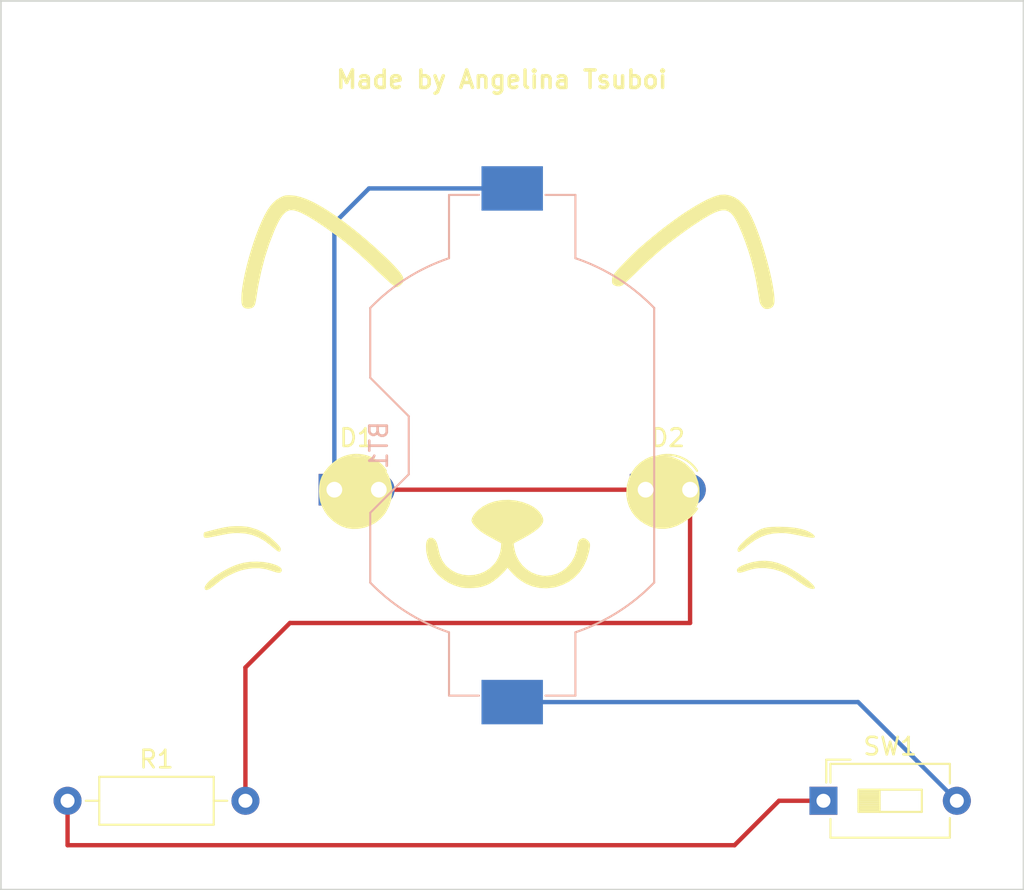
<source format=kicad_pcb>
(kicad_pcb (version 20221018) (generator pcbnew)
  (layers (0 "F.Cu" signal) (31 "B.Cu" signal) (34 "B.Paste" user) (35 "F.Paste" user) (36 "B.SilkS" user "B.Silkscreen") (37 "F.SilkS" user "F.Silkscreen") (38 "B.Mask" user) (39 "F.Mask" user) (44 "Edge.Cuts" user))
  (net 0 "")
  (net 1 "Net-(SW1-A)")
  (net 2 "Net-(D2-A)")
  (net 3 "Net-(BT1--)")
  (net 4 "Net-(D1-A)")
  (net 5 "Net-(BT1-+)")
  (footprint "Button_Switch_THT:SW_DIP_SPSTx01_Slide_6.7x4.1mm_W7.62mm_P2.54mm_LowProfile" (layer "F.Cu") (at 127 68.58)
    (fp_text reference "SW1" (at 3.81 -3.11) (layer "F.SilkS"))
    (fp_text value "SW_SPDT")
    (fp_line (start 0.16 -2.35) (end 0.16 -1.04) (stroke (width 0.12)) (layer "F.SilkS"))
    (fp_line (start 0.16 -2.35) (end 1.543 -2.35) (stroke (width 0.12)) (layer "F.SilkS"))
    (fp_line (start 0.4 -2.11) (end 0.4 -1.04) (stroke (width 0.12)) (layer "F.SilkS"))
    (fp_line (start 0.4 -2.11) (end 7.221 -2.11) (stroke (width 0.12)) (layer "F.SilkS"))
    (fp_line (start 0.4 1.04) (end 0.4 2.11) (stroke (width 0.12)) (layer "F.SilkS"))
    (fp_line (start 0.4 2.11) (end 7.221 2.11) (stroke (width 0.12)) (layer "F.SilkS"))
    (fp_line (start 2 -0.635) (end 2 0.635) (stroke (width 0.12)) (layer "F.SilkS"))
    (fp_line (start 2 -0.515) (end 3.206667 -0.515) (stroke (width 0.12)) (layer "F.SilkS"))
    (fp_line (start 2 -0.395) (end 3.206667 -0.395) (stroke (width 0.12)) (layer "F.SilkS"))
    (fp_line (start 2 -0.275) (end 3.206667 -0.275) (stroke (width 0.12)) (layer "F.SilkS"))
    (fp_line (start 2 -0.155) (end 3.206667 -0.155) (stroke (width 0.12)) (layer "F.SilkS"))
    (fp_line (start 2 -0.035) (end 3.206667 -0.035) (stroke (width 0.12)) (layer "F.SilkS"))
    (fp_line (start 2 0.085) (end 3.206667 0.085) (stroke (width 0.12)) (layer "F.SilkS"))
    (fp_line (start 2 0.205) (end 3.206667 0.205) (stroke (width 0.12)) (layer "F.SilkS"))
    (fp_line (start 2 0.325) (end 3.206667 0.325) (stroke (width 0.12)) (layer "F.SilkS"))
    (fp_line (start 2 0.445) (end 3.206667 0.445) (stroke (width 0.12)) (layer "F.SilkS"))
    (fp_line (start 2 0.565) (end 3.206667 0.565) (stroke (width 0.12)) (layer "F.SilkS"))
    (fp_line (start 2 0.635) (end 5.62 0.635) (stroke (width 0.12)) (layer "F.SilkS"))
    (fp_line (start 3.206667 -0.635) (end 3.206667 0.635) (stroke (width 0.12)) (layer "F.SilkS"))
    (fp_line (start 5.62 -0.635) (end 2 -0.635) (stroke (width 0.12)) (layer "F.SilkS"))
    (fp_line (start 5.62 0.635) (end 5.62 -0.635) (stroke (width 0.12)) (layer "F.SilkS"))
    (fp_line (start 7.221 -2.11) (end 7.221 -0.99) (stroke (width 0.12)) (layer "F.SilkS"))
    (fp_line (start 7.221 0.99) (end 7.221 2.11) (stroke (width 0.12)) (layer "F.SilkS"))
    (pad "1" thru_hole rect (at 0 0) (size 1.6 1.6) (drill 0.8) (layers "*.Cu" "*.Mask") (net 1 "Net-(SW1-A)"))
    (pad "2" thru_hole oval (at 7.62 0) (size 1.6 1.6) (drill 0.8) (layers "*.Cu" "*.Mask") (net 5 "Net-(BT1-+)"))
  )
  (footprint "LED_THT:LED_D3.0mm" (layer "F.Cu") (at 116.84 50.8)
    (fp_text reference "D2" (at 1.27 -2.96) (layer "F.SilkS"))
    (fp_text value "LED")
    (fp_line (start -0.29 -1.236) (end -0.29 -1.08) (stroke (width 0.12)) (layer "F.SilkS"))
    (fp_line (start -0.29 1.08) (end -0.29 1.236) (stroke (width 0.12)) (layer "F.SilkS"))
    (fp_arc (start -0.29 -1.235516) (mid 1.366487 -1.987659) (end 2.942335 -1.078608) (stroke (width 0.12)) (layer "F.SilkS"))
    (fp_arc (start 0.229039 -1.08) (mid 1.270117 -1.5) (end 2.31113 -1.079837) (stroke (width 0.12)) (layer "F.SilkS"))
    (fp_arc (start 2.31113 1.079837) (mid 1.270117 1.5) (end 0.229039 1.08) (stroke (width 0.12)) (layer "F.SilkS"))
    (fp_arc (start 2.942335 1.078608) (mid 1.366487 1.987659) (end -0.29 1.235516) (stroke (width 0.12)) (layer "F.SilkS"))
    (pad "1" thru_hole rect (at 0 0) (size 1.8 1.8) (drill 0.9) (layers "*.Cu" "*.Mask") (net 4 "Net-(D1-A)"))
    (pad "2" thru_hole circle (at 2.54 0) (size 1.8 1.8) (drill 0.9) (layers "*.Cu" "*.Mask") (net 2 "Net-(D2-A)"))
  )
  (footprint "LED_THT:LED_D3.0mm" (layer "F.Cu") (at 99.06 50.8)
    (fp_text reference "D1" (at 1.27 -2.96) (layer "F.SilkS"))
    (fp_text value "LED")
    (fp_line (start -0.29 -1.236) (end -0.29 -1.08) (stroke (width 0.12)) (layer "F.SilkS"))
    (fp_line (start -0.29 1.08) (end -0.29 1.236) (stroke (width 0.12)) (layer "F.SilkS"))
    (fp_arc (start -0.29 -1.235516) (mid 1.366487 -1.987659) (end 2.942335 -1.078608) (stroke (width 0.12)) (layer "F.SilkS"))
    (fp_arc (start 0.229039 -1.08) (mid 1.270117 -1.5) (end 2.31113 -1.079837) (stroke (width 0.12)) (layer "F.SilkS"))
    (fp_arc (start 2.31113 1.079837) (mid 1.270117 1.5) (end 0.229039 1.08) (stroke (width 0.12)) (layer "F.SilkS"))
    (fp_arc (start 2.942335 1.078608) (mid 1.366487 1.987659) (end -0.29 1.235516) (stroke (width 0.12)) (layer "F.SilkS"))
    (pad "1" thru_hole rect (at 0 0) (size 1.8 1.8) (drill 0.9) (layers "*.Cu" "*.Mask") (net 3 "Net-(BT1--)"))
    (pad "2" thru_hole circle (at 2.54 0) (size 1.8 1.8) (drill 0.9) (layers "*.Cu" "*.Mask") (net 4 "Net-(D1-A)"))
  )
  (footprint "LOGO" (layer "F.Cu") (at 109.22 48.26)
    (fp_text reference "G***" hide)
    (fp_text value "LOGO" hide)
    (fp_poly (pts (xy -8.532364 0.64301) (xy -8.172081 0.723757) (xy -7.852862 0.858766) (xy -7.573915 1.048386) (xy -7.334449 1.292969) (xy -7.295069 1.343398) (xy -7.089146 1.669866) (xy -6.947197 2.014598) (xy -6.869191 2.371558) (xy -6.855096 2.73471) (xy -6.904881 3.09802) (xy -7.018512 3.455451) (xy -7.195959 3.800968) (xy -7.308891 3.967763) (xy -7.534752 4.218843) (xy -7.807321 4.429363) (xy -8.115418 4.595319) (xy -8.447863 4.712708) (xy -8.793476 4.777524) (xy -9.141078 4.785765) (xy -9.460132 4.73823) (xy -9.74457 4.63857) (xy -10.026925 4.482966) (xy -10.292386 4.282741) (xy -10.526139 4.04922) (xy -10.713373 3.793727) (xy -10.72816 3.768797) (xy -10.872779 3.488991) (xy -10.968102 3.223589) (xy -11.020923 2.947741) (xy -11.038041 2.636599) (xy -11.038045 2.635849) (xy -11.024395 2.319036) (xy -10.977547 2.047918) (xy -10.893157 1.806104) (xy -10.766878 1.577202) (xy -10.751139 1.553438) (xy -10.514836 1.251313) (xy -10.251498 1.010145) (xy -9.957446 0.828038) (xy -9.629 0.703092) (xy -9.26248 0.633408) (xy -8.934501 0.616172)) (fill solid) (layer "F.SilkS"))
    (fp_poly (pts (xy -14.204365 6.671591) (xy -13.849864 6.731929) (xy -13.531338 6.827808) (xy -13.407881 6.88055) (xy -13.257633 6.970531) (xy -13.174925 7.065583) (xy -13.160093 7.165237) (xy -13.173655 7.207197) (xy -13.228551 7.268818) (xy -13.322456 7.290598) (xy -13.460636 7.27249) (xy -13.648357 7.214447) (xy -13.680089 7.202679) (xy -14.068878 7.084174) (xy -14.448606 7.028222) (xy -14.834472 7.033357) (xy -15.085846 7.066994) (xy -15.293369 7.106268) (xy -15.463286 7.146709) (xy -15.619494 7.195948) (xy -15.785888 7.261615) (xy -15.986364 7.35134) (xy -16.008519 7.36161) (xy -16.234699 7.471551) (xy -16.425696 7.577461) (xy -16.604532 7.693887) (xy -16.794231 7.835371) (xy -16.927658 7.942268) (xy -17.118816 8.09313) (xy -17.267903 8.197908) (xy -17.380972 8.259217) (xy -17.464071 8.279672) (xy -17.523251 8.26189) (xy -17.560751 8.215942) (xy -17.571306 8.126721) (xy -17.525533 8.014998) (xy -17.429879 7.885589) (xy -17.290793 7.743308) (xy -17.114725 7.592972) (xy -16.908122 7.439394) (xy -16.677435 7.28739) (xy -16.429111 7.141776) (xy -16.169599 7.007366) (xy -15.905348 6.888976) (xy -15.661051 6.797489) (xy -15.323185 6.709744) (xy -14.957079 6.659907) (xy -14.578788 6.647387)) (fill solid) (layer "F.SilkS"))
    (fp_poly (pts (xy 8.71499 0.602161) (xy 8.895491 0.614299) (xy 9.052019 0.640484) (xy 9.205599 0.68553) (xy 9.377259 0.754249) (xy 9.584906 0.849968) (xy 9.798548 0.975679) (xy 10.013255 1.144341) (xy 10.212523 1.339771) (xy 10.379848 1.545789) (xy 10.498545 1.745822) (xy 10.622672 2.081841) (xy 10.693759 2.432935) (xy 10.71079 2.784744) (xy 10.67275 3.122905) (xy 10.611687 3.347033) (xy 10.461508 3.67779) (xy 10.258742 3.973763) (xy 10.011135 4.230565) (xy 9.726431 4.443805) (xy 9.412375 4.609096) (xy 9.076711 4.722049) (xy 8.727184 4.778274) (xy 8.37154 4.773383) (xy 8.155828 4.738718) (xy 7.872982 4.649487) (xy 7.584624 4.509701) (xy 7.312116 4.331773) (xy 7.07682 4.128115) (xy 7.041504 4.091231) (xy 6.828513 3.812711) (xy 6.667836 3.497262) (xy 6.562213 3.155173) (xy 6.514383 2.796733) (xy 6.527084 2.432232) (xy 6.554623 2.262336) (xy 6.663336 1.884321) (xy 6.825583 1.544223) (xy 7.038216 1.246066) (xy 7.298089 0.993869) (xy 7.602057 0.791656) (xy 7.768052 0.711214) (xy 7.876284 0.665938) (xy 7.965231 0.634891) (xy 8.052203 0.615386) (xy 8.154507 0.604738) (xy 8.289453 0.600261) (xy 8.47435 0.599268) (xy 8.489488 0.59926)) (fill solid) (layer "F.SilkS"))
    (fp_poly (pts (xy 14.809805 6.635944) (xy 15.180415 6.727493) (xy 15.561355 6.874402) (xy 15.958378 7.078008) (xy 16.377236 7.339649) (xy 16.730264 7.590423) (xy 16.952284 7.762524) (xy 17.116037 7.905649) (xy 17.224023 8.022351) (xy 17.278744 8.115185) (xy 17.287062 8.158959) (xy 17.25845 8.200311) (xy 17.183141 8.214765) (xy 17.076931 8.203393) (xy 16.955614 8.167267) (xy 16.87628 8.131093) (xy 16.769397 8.069645) (xy 16.635559 7.985832) (xy 16.503228 7.897495) (xy 16.499731 7.895067) (xy 16.258165 7.728453) (xy 16.060675 7.595906) (xy 15.896173 7.490937) (xy 15.753576 7.40706) (xy 15.621797 7.337787) (xy 15.489751 7.276629) (xy 15.346352 7.217101) (xy 15.330545 7.210823) (xy 14.919108 7.084495) (xy 14.49056 7.02338) (xy 14.308342 7.01752) (xy 14.082738 7.024295) (xy 13.879928 7.047681) (xy 13.674855 7.092274) (xy 13.442463 7.162668) (xy 13.356235 7.192089) (xy 13.160519 7.254749) (xy 13.018446 7.285348) (xy 12.922628 7.282847) (xy 12.865675 7.246211) (xy 12.840199 7.1744) (xy 12.836927 7.119158) (xy 12.869491 7.045546) (xy 12.96253 6.964928) (xy 13.109062 6.882007) (xy 13.302108 6.801486) (xy 13.31564 6.796611) (xy 13.702443 6.680089) (xy 14.076571 6.61358) (xy 14.443774 6.598419)) (fill solid) (layer "F.SilkS"))
    (fp_poly (pts (xy 15.725755 4.671616) (xy 16.148251 4.714093) (xy 16.513691 4.783645) (xy 16.82028 4.879873) (xy 17.066222 5.002379) (xy 17.179796 5.08483) (xy 17.266829 5.17264) (xy 17.290758 5.235772) (xy 17.252476 5.273874) (xy 17.152873 5.286594) (xy 16.992842 5.273581) (xy 16.790701 5.238106) (xy 16.494342 5.177348) (xy 16.255065 5.129164) (xy 16.062944 5.092087) (xy 15.908052 5.064653) (xy 15.780464 5.045394) (xy 15.670252 5.032845) (xy 15.567491 5.02554) (xy 15.462254 5.022012) (xy 15.344614 5.020795) (xy 15.318733 5.0207) (xy 14.927071 5.042339) (xy 14.565407 5.112597) (xy 14.222777 5.235654) (xy 13.888216 5.415695) (xy 13.550757 5.6569) (xy 13.463304 5.728379) (xy 13.286631 5.874444) (xy 13.153407 5.979398) (xy 13.056065 6.047786) (xy 12.987038 6.084156) (xy 12.938758 6.093053) (xy 12.90366 6.079024) (xy 12.89398 6.07044) (xy 12.8774 6.022681) (xy 12.871159 5.948516) (xy 12.898769 5.864708) (xy 12.975644 5.752531) (xy 13.092859 5.619682) (xy 13.241483 5.473856) (xy 13.41259 5.32275) (xy 13.59725 5.174059) (xy 13.786536 5.03548) (xy 13.971519 4.914708) (xy 14.143272 4.81944) (xy 14.223316 4.782979) (xy 14.385148 4.729338) (xy 14.578378 4.691389) (xy 14.8135 4.667837) (xy 15.101009 4.657388) (xy 15.247999 4.65661)) (fill solid) (layer "F.SilkS"))
    (fp_poly (pts (xy -15.480954 4.624612) (xy -15.172514 4.65228) (xy -14.959299 4.691377) (xy -14.559537 4.818862) (xy -14.183876 5.005426) (xy -13.827648 5.253886) (xy -13.486185 5.567057) (xy -13.456676 5.59782) (xy -13.343713 5.719574) (xy -13.271887 5.806432) (xy -13.233081 5.871047) (xy -13.21918 5.926078) (xy -13.220031 5.966824) (xy -13.24801 6.055939) (xy -13.308322 6.084759) (xy -13.400239 6.052945) (xy -13.401752 6.052064) (xy -13.453168 6.015449) (xy -13.544314 5.944263) (xy -13.662836 5.84837) (xy -13.796379 5.737636) (xy -13.812534 5.724066) (xy -14.161462 5.461274) (xy -14.510297 5.262861) (xy -14.868192 5.125366) (xy -15.244306 5.045331) (xy -15.647795 5.019298) (xy -15.678167 5.019416) (xy -15.797702 5.021145) (xy -15.905536 5.025233) (xy -16.011644 5.03318) (xy -16.126003 5.046484) (xy -16.258587 5.066646) (xy -16.419372 5.095165) (xy -16.618334 5.133541) (xy -16.865448 5.183273) (xy -17.133019 5.238106) (xy -17.325567 5.274842) (xy -17.461547 5.291574) (xy -17.550431 5.286356) (xy -17.601691 5.257242) (xy -17.624797 5.202288) (xy -17.62938 5.136139) (xy -17.621865 5.045571) (xy -17.603206 4.988105) (xy -17.597143 4.981961) (xy -17.548307 4.963986) (xy -17.445613 4.934008) (xy -17.301945 4.895287) (xy -17.130184 4.851086) (xy -16.943214 4.804664) (xy -16.753918 4.759283) (xy -16.575178 4.718205) (xy -16.436056 4.688039) (xy -16.136755 4.642437) (xy -15.810378 4.621313)) (fill solid) (layer "F.SilkS"))
    (fp_poly (pts (xy -12.397579 -14.263913) (xy -12.079972 -14.189299) (xy -11.731402 -14.06508) (xy -11.350173 -13.890402) (xy -10.934588 -13.664411) (xy -10.482952 -13.386256) (xy -9.993566 -13.055083) (xy -9.465094 -12.670308) (xy -9.153146 -12.430224) (xy -8.828678 -12.169683) (xy -8.498072 -11.894557) (xy -8.167709 -11.610719) (xy -7.843973 -11.324042) (xy -7.533244 -11.0404) (xy -7.241905 -10.765666) (xy -6.976339 -10.505712) (xy -6.742926 -10.266412) (xy -6.548049 -10.053639) (xy -6.39809 -9.873267) (xy -6.340302 -9.79469) (xy -6.263048 -9.670338) (xy -6.224011 -9.567746) (xy -6.213074 -9.460185) (xy -6.213073 -9.458474) (xy -6.219277 -9.363702) (xy -6.246633 -9.292499) (xy -6.308261 -9.218765) (xy -6.357232 -9.171668) (xy -6.457075 -9.091997) (xy -6.5459 -9.044736) (xy -6.582271 -9.037197) (xy -6.637693 -9.047039) (xy -6.707719 -9.079292) (xy -6.797432 -9.138045) (xy -6.911914 -9.227389) (xy -7.056248 -9.351411) (xy -7.235517 -9.514202) (xy -7.454804 -9.719852) (xy -7.586195 -9.844952) (xy -8.007229 -10.2444) (xy -8.389763 -10.600371) (xy -8.741921 -10.919523) (xy -9.071826 -11.208512) (xy -9.387603 -11.473997) (xy -9.697376 -11.722633) (xy -10.009269 -11.961079) (xy -10.331406 -12.195992) (xy -10.671911 -12.434028) (xy -11.038908 -12.681846) (xy -11.087817 -12.714352) (xy -11.455347 -12.949929) (xy -11.776995 -13.138078) (xy -12.055217 -13.279856) (xy -12.292471 -13.376318) (xy -12.491212 -13.428519) (xy -12.653899 -13.437515) (xy -12.736024 -13.422375) (xy -12.869292 -13.364919) (xy -12.995535 -13.271587) (xy -13.118859 -13.136764) (xy -13.24337 -12.954837) (xy -13.373173 -12.720189) (xy -13.512374 -12.427207) (xy -13.584827 -12.261657) (xy -13.870309 -11.529084) (xy -14.12139 -10.748631) (xy -14.334434 -9.933582) (xy -14.505806 -9.097218) (xy -14.584428 -8.609299) (xy -14.618958 -8.381557) (xy -14.649463 -8.211184) (xy -14.679411 -8.087497) (xy -14.712269 -7.999812) (xy -14.751505 -7.937447) (xy -14.800587 -7.889718) (xy -14.823619 -7.872427) (xy -14.935535 -7.823644) (xy -15.073568 -7.805004) (xy -15.209634 -7.816895) (xy -15.315644 -7.859706) (xy -15.323284 -7.865519) (xy -15.38783 -7.929148) (xy -15.431231 -8.005787) (xy -15.457264 -8.109669) (xy -15.469709 -8.255025) (xy -15.472422 -8.427332) (xy -15.458704 -8.701631) (xy -15.41964 -9.028923) (xy -15.357628 -9.39961) (xy -15.275066 -9.804095) (xy -15.174353 -10.232781) (xy -15.057886 -10.67607) (xy -14.928064 -11.124366) (xy -14.787285 -11.568069) (xy -14.637948 -11.997585) (xy -14.482449 -12.403314) (xy -14.473198 -12.426146) (xy -14.30295 -12.825332) (xy -14.140593 -13.16303) (xy -13.981989 -13.445153) (xy -13.823002 -13.677612) (xy -13.659494 -13.866319) (xy -13.487331 -14.017185) (xy -13.302373 -14.136122) (xy -13.261669 -14.157519) (xy -13.130114 -14.222074) (xy -13.029791 -14.261607) (xy -12.934797 -14.282068) (xy -12.819229 -14.289406) (xy -12.685921 -14.289773)) (fill solid) (layer "F.SilkS"))
    (fp_poly (pts (xy 12.442786 -14.280359) (xy 12.715132 -14.16751) (xy 12.974478 -13.995471) (xy 13.215693 -13.767318) (xy 13.433646 -13.486128) (xy 13.533602 -13.324322) (xy 13.6831 -13.037157) (xy 13.837989 -12.692563) (xy 13.995081 -12.301033) (xy 14.151188 -11.873064) (xy 14.303122 -11.419148) (xy 14.447694 -10.949781) (xy 14.581717 -10.475457) (xy 14.702 -10.00667) (xy 14.805357 -9.553915) (xy 14.888599 -9.127686) (xy 14.948537 -8.738478) (xy 14.962555 -8.620907) (xy 14.982499 -8.387114) (xy 14.983219 -8.208134) (xy 14.962957 -8.07258) (xy 14.919957 -7.969066) (xy 14.852461 -7.886206) (xy 14.848622 -7.882596) (xy 14.742507 -7.821118) (xy 14.603509 -7.788512) (xy 14.463718 -7.792067) (xy 14.456459 -7.793495) (xy 14.357822 -7.843392) (xy 14.260275 -7.940924) (xy 14.178519 -8.066629) (xy 14.127253 -8.201044) (xy 14.12022 -8.238642) (xy 14.104622 -8.343347) (xy 14.079757 -8.499082) (xy 14.048393 -8.689478) (xy 14.0133 -8.898166) (xy 13.977245 -9.108779) (xy 13.942996 -9.304947) (xy 13.913322 -9.470303) (xy 13.898339 -9.550674) (xy 13.79188 -10.040094) (xy 13.655265 -10.559454) (xy 13.494645 -11.089895) (xy 13.316172 -11.612555) (xy 13.125998 -12.108576) (xy 12.930274 -12.559096) (xy 12.887842 -12.648653) (xy 12.755734 -12.903339) (xy 12.625686 -13.107463) (xy 12.492156 -13.261555) (xy 12.349603 -13.366149) (xy 12.192483 -13.421774) (xy 12.015255 -13.428964) (xy 11.812378 -13.38825) (xy 11.578309 -13.300164) (xy 11.307506 -13.165237) (xy 10.994427 -12.984003) (xy 10.780263 -12.850899) (xy 10.338613 -12.560179) (xy 9.870312 -12.232173) (xy 9.394051 -11.880891) (xy 8.928524 -11.520342) (xy 8.492423 -11.164534) (xy 8.232749 -10.941698) (xy 8.059082 -10.787018) (xy 7.866968 -10.611582) (xy 7.650435 -10.409777) (xy 7.403512 -10.175993) (xy 7.120226 -9.904616) (xy 6.803709 -9.598859) (xy 6.654458 -9.456947) (xy 6.514271 -9.328651) (xy 6.393561 -9.223123) (xy 6.302739 -9.149517) (xy 6.258987 -9.119967) (xy 6.117939 -9.081478) (xy 5.96097 -9.091694) (xy 5.817123 -9.147693) (xy 5.788139 -9.167349) (xy 5.735564 -9.21669) (xy 5.709127 -9.277636) (xy 5.700551 -9.374163) (xy 5.700241 -9.421977) (xy 5.706625 -9.53588) (xy 5.73125 -9.629896) (xy 5.783705 -9.731822) (xy 5.834521 -9.811353) (xy 5.894649 -9.889221) (xy 5.995465 -10.005606) (xy 6.12832 -10.151562) (xy 6.284563 -10.31814) (xy 6.455545 -10.496393) (xy 6.632615 -10.677372) (xy 6.807123 -10.852129) (xy 6.97042 -11.011718) (xy 7.113856 -11.14719) (xy 7.205795 -11.229848) (xy 7.550428 -11.527737) (xy 7.855114 -11.786859) (xy 8.1298 -12.015328) (xy 8.384436 -12.221254) (xy 8.628971 -12.41275) (xy 8.873352 -12.597928) (xy 8.985849 -12.681303) (xy 9.191711 -12.832523) (xy 9.357559 -12.953135) (xy 9.498214 -13.053523) (xy 9.628497 -13.144067) (xy 9.763232 -13.235151) (xy 9.91724 -13.337157) (xy 9.995687 -13.388673) (xy 10.395761 -13.641197) (xy 10.770716 -13.858253) (xy 11.115507 -14.037358) (xy 11.425087 -14.176028) (xy 11.694413 -14.271779) (xy 11.879618 -14.316174) (xy 12.162571 -14.330939)) (fill solid) (layer "F.SilkS"))
    (fp_poly (pts (xy 0.196855 3.154735) (xy 0.589047 3.244491) (xy 0.963231 3.386496) (xy 1.202806 3.513263) (xy 1.392351 3.649252) (xy 1.554104 3.808933) (xy 1.67874 3.979817) (xy 1.756933 4.149416) (xy 1.779926 4.28617) (xy 1.751075 4.426392) (xy 1.663837 4.575219) (xy 1.516721 4.733938) (xy 1.308235 4.903833) (xy 1.036888 5.086191) (xy 0.701189 5.282295) (xy 0.496361 5.392404) (xy 0.350512 5.469542) (xy 0.22714 5.536055) (xy 0.138746 5.585113) (xy 0.097831 5.609889) (xy 0.097132 5.610479) (xy 0.089743 5.655542) (xy 0.098369 5.749456) (xy 0.11968 5.875396) (xy 0.150349 6.016537) (xy 0.187046 6.156055) (xy 0.226444 6.277126) (xy 0.231797 6.291163) (xy 0.385824 6.598266) (xy 0.589728 6.867543) (xy 0.83561 7.093431) (xy 1.115571 7.270369) (xy 1.421711 7.392796) (xy 1.746132 7.45515) (xy 1.894924 7.462127) (xy 2.238278 7.430021) (xy 2.563619 7.334804) (xy 2.862529 7.179942) (xy 3.126593 6.968902) (xy 3.150723 6.944877) (xy 3.386825 6.661791) (xy 3.559207 6.355382) (xy 3.669902 6.021395) (xy 3.711458 5.771895) (xy 3.75224 5.569634) (xy 3.824779 5.426001) (xy 3.92681 5.343078) (xy 4.053694 5.307017) (xy 4.167932 5.327365) (xy 4.284814 5.40787) (xy 4.317235 5.43883) (xy 4.385487 5.515159) (xy 4.428505 5.590697) (xy 4.447599 5.679182) (xy 4.44408 5.794357) (xy 4.419258 5.94996) (xy 4.382539 6.123599) (xy 4.25766 6.542686) (xy 4.080331 6.921479) (xy 3.853699 7.256831) (xy 3.580914 7.545592) (xy 3.265123 7.784612) (xy 2.909475 7.970742) (xy 2.517119 8.100832) (xy 2.374741 8.131963) (xy 1.95991 8.178322) (xy 1.555801 8.157928) (xy 1.165863 8.072106) (xy 0.793543 7.92218) (xy 0.442289 7.709472) (xy 0.115549 7.435307) (xy -0.126742 7.171563) (xy -0.267516 7.000404) (xy -0.346429 7.103099) (xy -0.489044 7.268186) (xy -0.666954 7.443285) (xy -0.863639 7.614549) (xy -1.06258 7.768129) (xy -1.247259 7.890178) (xy -1.352156 7.946195) (xy -1.502041 8.009049) (xy -1.667084 8.068071) (xy -1.762938 8.097007) (xy -1.951556 8.133543) (xy -2.181025 8.156794) (xy -2.426247 8.166018) (xy -2.662125 8.160478) (xy -2.863563 8.139433) (xy -2.909703 8.130803) (xy -3.291799 8.019161) (xy -3.647426 7.854857) (xy -3.970916 7.643938) (xy -4.2566 7.392451) (xy -4.498813 7.106443) (xy -4.691885 6.791961) (xy -4.830149 6.455051) (xy -4.907938 6.101762) (xy -4.919082 5.98699) (xy -4.927179 5.761635) (xy -4.915718 5.59143) (xy -4.882786 5.465368) (xy -4.826469 5.372449) (xy -4.808856 5.353453) (xy -4.700826 5.284405) (xy -4.584643 5.282935) (xy -4.471183 5.343184) (xy -4.393885 5.418165) (xy -4.33268 5.514663) (xy -4.281874 5.645884) (xy -4.235774 5.825036) (xy -4.21057 5.947711) (xy -4.120877 6.290871) (xy -3.993354 6.581814) (xy -3.824419 6.827607) (xy -3.696818 6.960879) (xy -3.431215 7.162645) (xy -3.138253 7.307579) (xy -2.826704 7.39673) (xy -2.505339 7.431146) (xy -2.182931 7.411875) (xy -1.868249 7.339964) (xy -1.570067 7.216462) (xy -1.297156 7.042416) (xy -1.058286 6.818874) (xy -0.91257 6.628269) (xy -0.784259 6.388889) (xy -0.69181 6.124614) (xy -0.644661 5.863906) (xy -0.641325 5.810373) (xy -0.633288 5.599235) (xy -1.080411 5.358445) (xy -1.257577 5.261205) (xy -1.430398 5.16312) (xy -1.581556 5.07423) (xy -1.693734 5.004574) (xy -1.7137 4.991314) (xy -1.903434 4.849599) (xy -2.067753 4.701727) (xy -2.198422 4.557032) (xy -2.28721 4.424847) (xy -2.325884 4.314506) (xy -2.326883 4.296091) (xy -2.295603 4.154265) (xy -2.209389 3.994951) (xy -2.076135 3.827866) (xy -1.903731 3.662731) (xy -1.70007 3.509266) (xy -1.674228 3.492305) (xy -1.346281 3.319694) (xy -0.984913 3.199707) (xy -0.60041 3.132268) (xy -0.203059 3.117303)) (fill solid) (layer "F.SilkS"))
  )
  (footprint "Resistor_THT:R_Axial_DIN0207_L6.3mm_D2.5mm_P10.16mm_Horizontal" (layer "F.Cu") (at 83.82 68.58)
    (fp_text reference "R1" (at 5.08 -2.37) (layer "F.SilkS"))
    (fp_text value "R")
    (fp_line (start 1.04 0) (end 1.81 0) (stroke (width 0.12)) (layer "F.SilkS"))
    (fp_line (start 1.81 -1.37) (end 1.81 1.37) (stroke (width 0.12)) (layer "F.SilkS"))
    (fp_line (start 1.81 1.37) (end 8.35 1.37) (stroke (width 0.12)) (layer "F.SilkS"))
    (fp_line (start 8.35 -1.37) (end 1.81 -1.37) (stroke (width 0.12)) (layer "F.SilkS"))
    (fp_line (start 8.35 1.37) (end 8.35 -1.37) (stroke (width 0.12)) (layer "F.SilkS"))
    (fp_line (start 9.12 0) (end 8.35 0) (stroke (width 0.12)) (layer "F.SilkS"))
    (pad "1" thru_hole circle (at 0 0) (size 1.6 1.6) (drill 0.8) (layers "*.Cu" "*.Mask") (net 1 "Net-(SW1-A)"))
    (pad "2" thru_hole oval (at 10.16 0) (size 1.6 1.6) (drill 0.8) (layers "*.Cu" "*.Mask") (net 2 "Net-(D2-A)"))
  )
  (footprint "Battery:BatteryHolder_Keystone_1058_1x2032" (layer "B.Cu") (at 109.22 48.26 90)
    (fp_text reference "BT1" (at 0 -7.62 90) (layer "B.SilkS") (effects (justify mirror)))
    (fp_text value "Battery")
    (fp_line (start -14.31 -1.9) (end -14.31 -3.61) (stroke (width 0.12)) (layer "B.SilkS"))
    (fp_line (start -14.31 1.9) (end -14.31 3.61) (stroke (width 0.12)) (layer "B.SilkS"))
    (fp_line (start -14.31 3.61) (end -10.692 3.61) (stroke (width 0.12)) (layer "B.SilkS"))
    (fp_line (start -10.692 -3.61) (end -14.31 -3.61) (stroke (width 0.12)) (layer "B.SilkS"))
    (fp_line (start -7.8473 8.11) (end 7.8473 8.11) (stroke (width 0.12)) (layer "B.SilkS"))
    (fp_line (start -3.86 -8.11) (end -7.8473 -8.11) (stroke (width 0.12)) (layer "B.SilkS"))
    (fp_line (start -1.66 -5.91) (end -3.86 -8.11) (stroke (width 0.12)) (layer "B.SilkS"))
    (fp_line (start 1.66 -5.91) (end -1.66 -5.91) (stroke (width 0.12)) (layer "B.SilkS"))
    (fp_line (start 1.66 -5.91) (end 3.86 -8.11) (stroke (width 0.12)) (layer "B.SilkS"))
    (fp_line (start 7.8473 -8.11) (end 3.86 -8.11) (stroke (width 0.12)) (layer "B.SilkS"))
    (fp_line (start 10.692 3.61) (end 14.31 3.61) (stroke (width 0.12)) (layer "B.SilkS"))
    (fp_line (start 14.31 -3.61) (end 10.692 -3.61) (stroke (width 0.12)) (layer "B.SilkS"))
    (fp_line (start 14.31 -1.9) (end 14.31 -3.61) (stroke (width 0.12)) (layer "B.SilkS"))
    (fp_line (start 14.31 1.9) (end 14.31 3.61) (stroke (width 0.12)) (layer "B.SilkS"))
    (fp_arc (start -10.692 -3.61) (mid -9.538085 -6.031245) (end -7.845371 -8.111789) (stroke (width 0.12)) (layer "B.SilkS"))
    (fp_arc (start -7.845371 8.111789) (mid -9.538084 6.031244) (end -10.692 3.61) (stroke (width 0.12)) (layer "B.SilkS"))
    (fp_arc (start 7.845371 -8.111789) (mid 9.538084 -6.031244) (end 10.692 -3.61) (stroke (width 0.12)) (layer "B.SilkS"))
    (fp_arc (start 10.692 3.61) (mid 9.538084 6.031244) (end 7.845371 8.111789) (stroke (width 0.12)) (layer "B.SilkS"))
    (pad "1" smd rect (at -14.68 0 90) (size 2.54 3.51) (layers "B.Cu" "B.Paste" "B.Mask") (net 5 "Net-(BT1-+)"))
    (pad "2" smd rect (at 14.68 0 90) (size 2.54 3.51) (layers "B.Cu" "B.Paste" "B.Mask") (net 3 "Net-(BT1--)"))
  )
  (gr_rect (start 80.01 22.86) (end 138.43 73.66) (stroke (width 0.1)) (fill none) (layer "Edge.Cuts"))
  (gr_text "Made by Angelina Tsuboi\n" (at 99.06 27.94) (layer "F.SilkS") (effects (font (size 1 1) (thickness 0.2) bold) (justify left bottom)))
  (segment (start 121.92 71.12) (end 83.82 71.12) (width 0.25) (layer "F.Cu") (net 1))
  (segment (start 127 68.58) (end 124.46 68.58) (width 0.25) (layer "F.Cu") (net 1))
  (segment (start 124.46 68.58) (end 121.92 71.12) (width 0.25) (layer "F.Cu") (net 1))
  (segment (start 83.82 71.12) (end 83.82 68.58) (width 0.25) (layer "F.Cu") (net 1))
  (segment (start 93.98 60.96) (end 96.52 58.42) (width 0.25) (layer "F.Cu") (net 2))
  (segment (start 119.38 58.42) (end 119.38 50.8) (width 0.25) (layer "F.Cu") (net 2))
  (segment (start 93.98 68.58) (end 93.98 60.96) (width 0.25) (layer "F.Cu") (net 2))
  (segment (start 96.52 58.42) (end 119.38 58.42) (width 0.25) (layer "F.Cu") (net 2))
  (segment (start 99.06 35.56) (end 101.04 33.58) (width 0.25) (layer "B.Cu") (net 3))
  (segment (start 101.04 33.58) (end 109.22 33.58) (width 0.25) (layer "B.Cu") (net 3))
  (segment (start 99.06 50.8) (end 99.06 35.56) (width 0.25) (layer "B.Cu") (net 3))
  (segment (start 116.84 50.8) (end 101.6 50.8) (width 0.25) (layer "F.Cu") (net 4))
  (segment (start 109.22 62.94) (end 128.98 62.94) (width 0.25) (layer "B.Cu") (net 5))
  (segment (start 128.98 62.94) (end 134.62 68.58) (width 0.25) (layer "B.Cu") (net 5))
)
</source>
